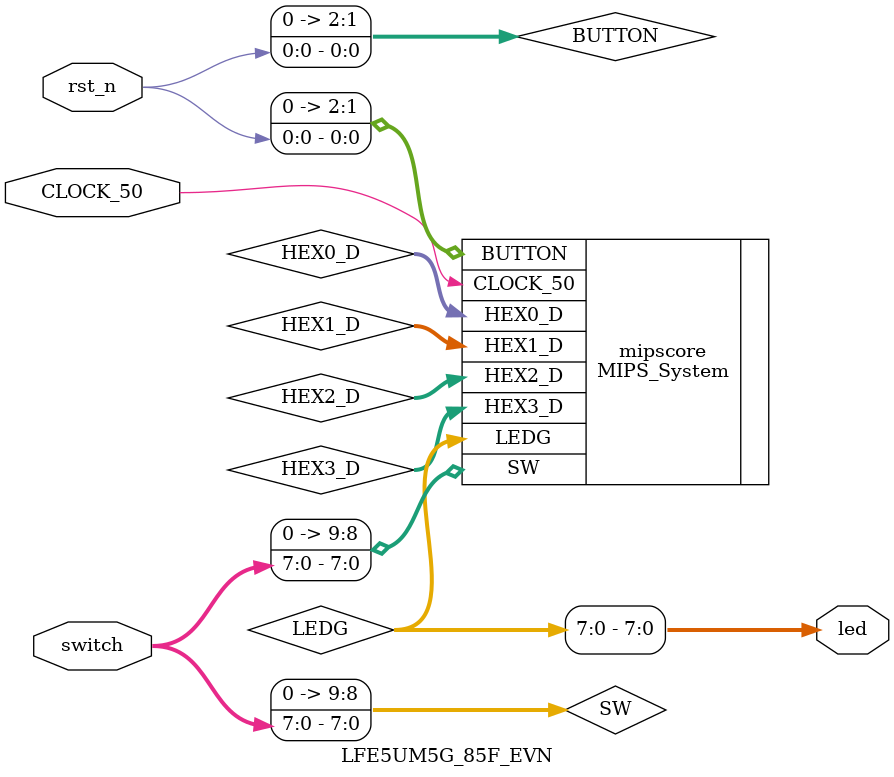
<source format=v>
module LFE5UM5G_85F_EVN (
   input        CLOCK_50,
   input [7:0]  switch,
   input        rst_n,
   output [7:0] led);

   // Glue module between Altera board and Lattice ECP5 EVN

   wire [2:0]    BUTTON;
   wire [9:0]    SW;
   wire [6:0]    HEX3_D;
   wire [6:0]    HEX2_D;
   wire [6:0]    HEX1_D;
   wire [6:0]    HEX0_D;
   wire [9:0]    LEDG;

   assign SW[7:0] = switch;
   assign SW[9:8] = 2'b00;
   assign LEDG[7:0] = led;
   assign BUTTON[0] = rst_n;
   assign BUTTON[2:1] = 2'b00;

   MIPS_System mipscore(.CLOCK_50(CLOCK_50),
                        .BUTTON(BUTTON),
                        .SW(SW),
                        .HEX3_D(HEX3_D),
                        .HEX2_D(HEX2_D),
                        .HEX1_D(HEX1_D),
                        .HEX0_D(HEX0_D),
                        .LEDG(LEDG));

endmodule

</source>
